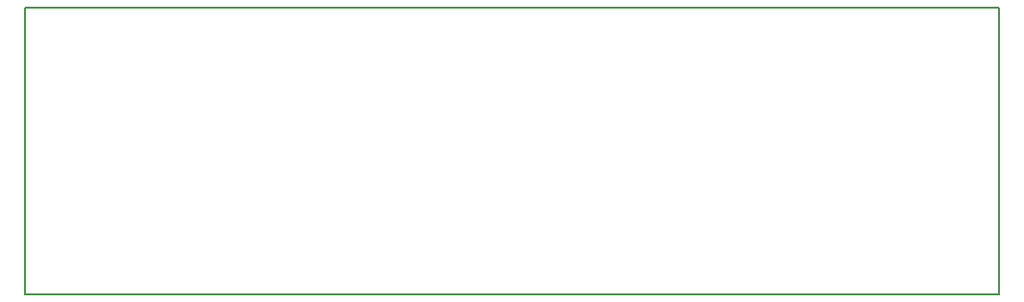
<source format=gbr>
G04 DipTrace 3.1.0.1*
G04 BoardOutline.gbr*
%MOIN*%
G04 #@! TF.FileFunction,Profile*
G04 #@! TF.Part,Single*
%ADD11C,0.005512*%
%FSLAX26Y26*%
G04*
G70*
G90*
G75*
G01*
G04 BoardOutline*
%LPD*%
X393701Y393701D2*
D11*
X3773701D1*
Y1388701D1*
X393701D1*
Y393701D1*
M02*

</source>
